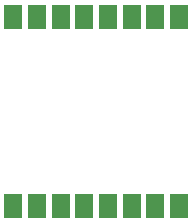
<source format=gbr>
%TF.GenerationSoftware,KiCad,Pcbnew,8.0.6*%
%TF.CreationDate,2025-05-31T15:30:40+01:00*%
%TF.ProjectId,Leo_Ground,4c656f5f-4772-46f7-956e-642e6b696361,rev?*%
%TF.SameCoordinates,Original*%
%TF.FileFunction,Paste,Top*%
%TF.FilePolarity,Positive*%
%FSLAX46Y46*%
G04 Gerber Fmt 4.6, Leading zero omitted, Abs format (unit mm)*
G04 Created by KiCad (PCBNEW 8.0.6) date 2025-05-31 15:30:40*
%MOMM*%
%LPD*%
G01*
G04 APERTURE LIST*
%ADD10R,1.500000X2.000000*%
G04 APERTURE END LIST*
D10*
%TO.C,U2*%
X195000000Y-102000000D03*
X193000000Y-102000000D03*
X191000000Y-102000000D03*
X189000000Y-102000000D03*
X187000000Y-102000000D03*
X185000000Y-102000000D03*
X183000000Y-102000000D03*
X181000000Y-102000000D03*
X181000000Y-86000000D03*
X183000000Y-86000000D03*
X185000000Y-86000000D03*
X187000000Y-86000000D03*
X189000000Y-86000000D03*
X191000000Y-86000000D03*
X193000000Y-86000000D03*
X195000000Y-86000000D03*
%TD*%
M02*

</source>
